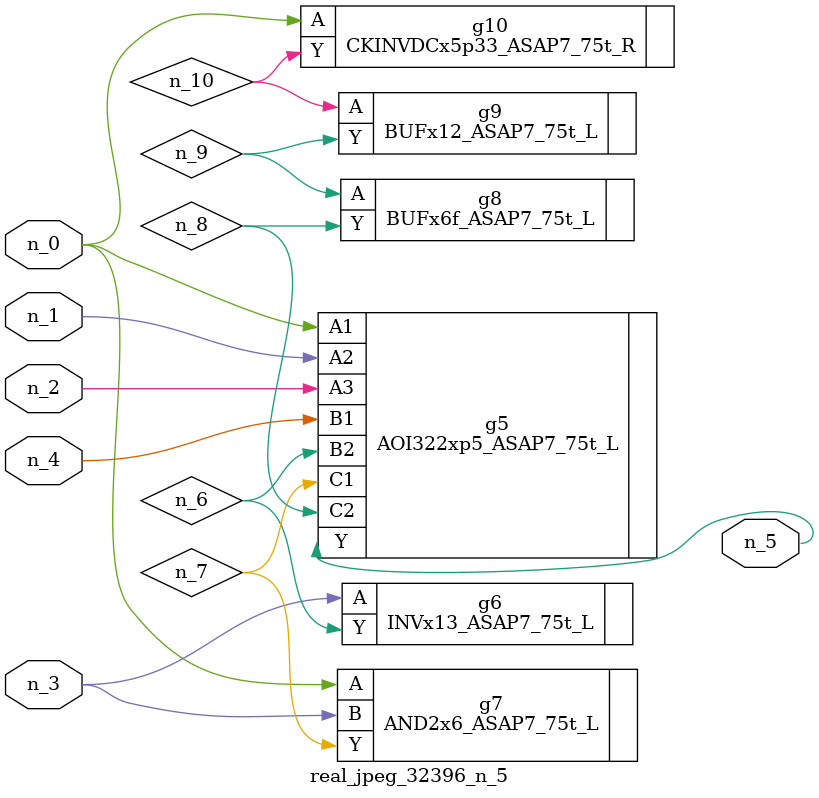
<source format=v>
module real_jpeg_32396_n_5 (n_4, n_0, n_1, n_2, n_3, n_5);

input n_4;
input n_0;
input n_1;
input n_2;
input n_3;

output n_5;

wire n_8;
wire n_6;
wire n_7;
wire n_10;
wire n_9;

AOI322xp5_ASAP7_75t_L g5 ( 
.A1(n_0),
.A2(n_1),
.A3(n_2),
.B1(n_4),
.B2(n_6),
.C1(n_7),
.C2(n_8),
.Y(n_5)
);

AND2x6_ASAP7_75t_L g7 ( 
.A(n_0),
.B(n_3),
.Y(n_7)
);

CKINVDCx5p33_ASAP7_75t_R g10 ( 
.A(n_0),
.Y(n_10)
);

INVx13_ASAP7_75t_L g6 ( 
.A(n_3),
.Y(n_6)
);

BUFx6f_ASAP7_75t_L g8 ( 
.A(n_9),
.Y(n_8)
);

BUFx12_ASAP7_75t_L g9 ( 
.A(n_10),
.Y(n_9)
);


endmodule
</source>
